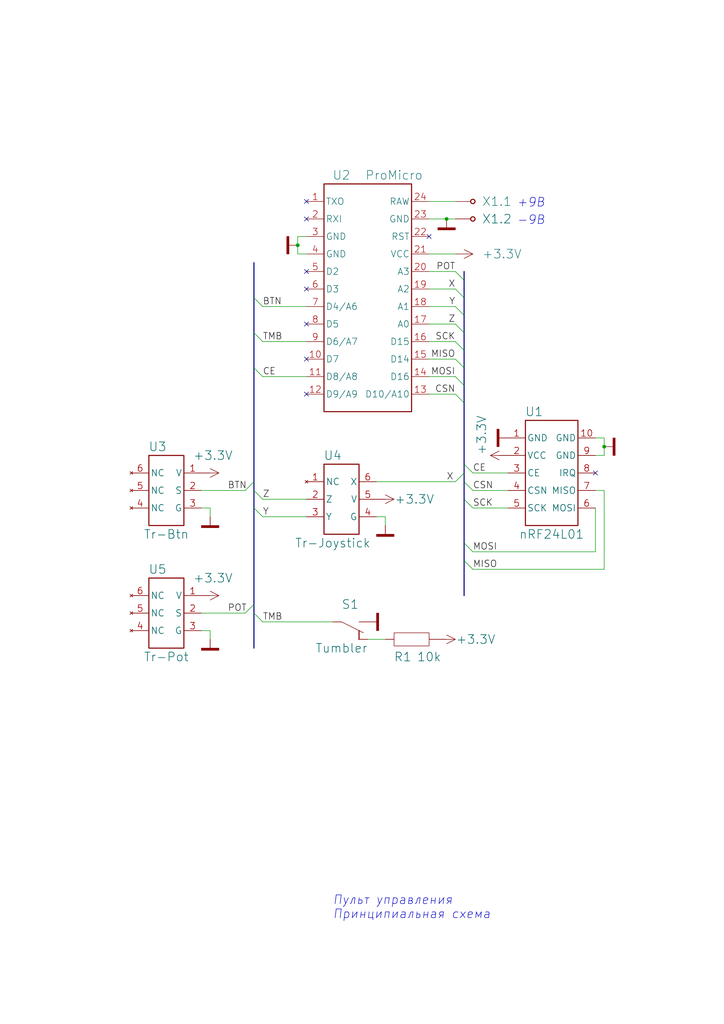
<source format=kicad_sch>
(kicad_sch (version 20211123) (generator eeschema)
  (paper "A4" portrait)
  (lib_symbols
    (symbol "ConnH_1" (pin_numbers hide) (pin_names hide) (in_bom no)
      (property "Reference" "X" (at -7.62 5.08 0))
      (property "Value" "ConnH_1" (at 0 5.08 0))
      (symbol "ConnH_1_0_1"
        (circle (center 0 0) (radius 0.635) (stroke (width 0.3048)))
      )
      (symbol "ConnH_1_1_1"
        (pin passive line (at -5.08 0 0) (length 4.445) (name "") (number "1"))
      )
    )
    (symbol "ictmp:ProMicro"
      (property "Reference" "U" (at -12.7 35.56 0))
      (property "Value" "ProMicro" (at -7.62 35.56 0))
      (symbol "ProMicro_0_1"
        (rectangle (start -12.7 33.02) (end 12.7 -33.02) (stroke (width 0.3048)))
      )
      (symbol "ProMicro_1_1"
        (pin passive line (at -17.78 27.94 0) (length 5.08) (name "TXO") (number "1"))
        (pin passive line (at -17.78 -17.78 0) (length 5.08) (name "D7") (number "10"))
        (pin passive line (at -17.78 -22.86 0) (length 5.08) (name "D8/A8") (number "11"))
        (pin passive line (at -17.78 -27.94 0) (length 5.08) (name "D9/A9") (number "12"))
        (pin passive line (at 17.78 -27.94 180) (length 5.08) (name "D10/A10") (number "13"))
        (pin passive line (at 17.78 -22.86 180) (length 5.08) (name "D16") (number "14"))
        (pin passive line (at 17.78 -17.78 180) (length 5.08) (name "D14") (number "15"))
        (pin passive line (at 17.78 -12.7 180) (length 5.08) (name "D15") (number "16"))
        (pin passive line (at 17.78 -7.62 180) (length 5.08) (name "A0") (number "17"))
        (pin passive line (at 17.78 -2.54 180) (length 5.08) (name "A1") (number "18"))
        (pin passive line (at 17.78 2.54 180) (length 5.08) (name "A2") (number "19"))
        (pin passive line (at -17.78 22.86 0) (length 5.08) (name "RXI") (number "2"))
        (pin passive line (at 17.78 7.62 180) (length 5.08) (name "A3") (number "20"))
        (pin passive line (at 17.78 12.7 180) (length 5.08) (name "VCC") (number "21"))
        (pin passive line (at 17.78 17.78 180) (length 5.08) (name "RST") (number "22"))
        (pin passive line (at 17.78 22.86 180) (length 5.08) (name "GND") (number "23"))
        (pin passive line (at 17.78 27.94 180) (length 5.08) (name "RAW") (number "24"))
        (pin passive line (at -17.78 17.78 0) (length 5.08) (name "GND") (number "3"))
        (pin passive line (at -17.78 12.7 0) (length 5.08) (name "GND") (number "4"))
        (pin passive line (at -17.78 7.62 0) (length 5.08) (name "D2") (number "5"))
        (pin passive line (at -17.78 2.54 0) (length 5.08) (name "D3") (number "6"))
        (pin passive line (at -17.78 -2.54 0) (length 5.08) (name "D4/A6") (number "7"))
        (pin passive line (at -17.78 -7.62 0) (length 5.08) (name "D5") (number "8"))
        (pin passive line (at -17.78 -12.7 0) (length 5.08) (name "D6/A7") (number "9"))
      )
    )
    (symbol "ictmp:Tr-Btn"
      (property "Reference" "U" (at -5.08 12.7 0))
      (property "Value" "Tr-Btn" (at 0 12.7 0))
      (symbol "Tr-Btn_0_1"
        (rectangle (start -5.08 10.16) (end 5.08 -10.16) (stroke (width 0.3048)))
      )
      (symbol "Tr-Btn_1_1"
        (pin passive line (at -10.16 5.08 0) (length 5.08) (name "V") (number "1"))
        (pin passive line (at -10.16 0 0) (length 5.08) (name "S") (number "2"))
        (pin passive line (at -10.16 -5.08 0) (length 5.08) (name "G") (number "3"))
        (pin no_connect line (at 10.16 -5.08 180) (length 5.08) (name "NC") (number "4"))
        (pin no_connect line (at 10.16 0 180) (length 5.08) (name "NC") (number "5"))
        (pin no_connect line (at 10.16 5.08 180) (length 5.08) (name "NC") (number "6"))
      )
    )
    (symbol "ictmp:Tr-Joystick"
      (property "Reference" "U" (at -5.08 12.7 0))
      (property "Value" "Tr-Joystick" (at 0 12.7 0))
      (symbol "Tr-Joystick_0_1"
        (rectangle (start -5.08 10.16) (end 5.08 -10.16) (stroke (width 0.3048)))
      )
      (symbol "Tr-Joystick_1_1"
        (pin no_connect line (at -10.16 5.08 0) (length 5.08) (name "NC") (number "1"))
        (pin passive line (at -10.16 0 0) (length 5.08) (name "Z") (number "2"))
        (pin passive line (at -10.16 -5.08 0) (length 5.08) (name "Y") (number "3"))
        (pin passive line (at 10.16 -5.08 180) (length 5.08) (name "G") (number "4"))
        (pin passive line (at 10.16 0 180) (length 5.08) (name "V") (number "5"))
        (pin passive line (at 10.16 5.08 180) (length 5.08) (name "X") (number "6"))
      )
    )
    (symbol "ictmp:Tr-Pot"
      (property "Reference" "U" (at -5.08 12.7 0))
      (property "Value" "Tr-Pot" (at 0 12.7 0))
      (symbol "Tr-Pot_0_1"
        (rectangle (start -5.08 10.16) (end 5.08 -10.16) (stroke (width 0.3048)))
      )
      (symbol "Tr-Pot_1_1"
        (pin passive line (at -10.16 5.08 0) (length 5.08) (name "V") (number "1"))
        (pin passive line (at -10.16 0 0) (length 5.08) (name "S") (number "2"))
        (pin passive line (at -10.16 -5.08 0) (length 5.08) (name "G") (number "3"))
        (pin no_connect line (at 10.16 -5.08 180) (length 5.08) (name "NC") (number "4"))
        (pin no_connect line (at 10.16 0 180) (length 5.08) (name "NC") (number "5"))
        (pin no_connect line (at 10.16 5.08 180) (length 5.08) (name "NC") (number "6"))
      )
    )
    (symbol "ictmp:nRF24L01"
      (property "Reference" "U" (at -7.62 15.24 0))
      (property "Value" "nRF24L01" (at -2.54 15.24 0))
      (symbol "nRF24L01_0_1"
        (rectangle (start -7.62 12.7) (end 7.62 -17.78) (stroke (width 0.3048)))
      )
      (symbol "nRF24L01_1_1"
        (pin passive line (at -12.7 7.62 0) (length 5.08) (name "GND") (number "1"))
        (pin passive line (at 12.7 7.62 180) (length 5.08) (name "GND") (number "10"))
        (pin passive line (at -12.7 2.54 0) (length 5.08) (name "VCC") (number "2"))
        (pin passive line (at -12.7 -2.54 0) (length 5.08) (name "CE") (number "3"))
        (pin passive line (at -12.7 -7.62 0) (length 5.08) (name "CSN") (number "4"))
        (pin passive line (at -12.7 -12.7 0) (length 5.08) (name "SCK") (number "5"))
        (pin passive line (at 12.7 -12.7 180) (length 5.08) (name "MOSI") (number "6"))
        (pin passive line (at 12.7 -7.62 180) (length 5.08) (name "MISO") (number "7"))
        (pin passive line (at 12.7 -2.54 180) (length 5.08) (name "IRQ") (number "8"))
        (pin passive line (at 12.7 2.54 180) (length 5.08) (name "GND") (number "9"))
      )
    )
    (symbol "stdsym:+3.3V" (power) (pin_numbers hide) (pin_names (offset 0) hide)
      (property "Value" "+3.3V" (at 0 8.89 0))
      (symbol "+3.3V_0_1"
        (polyline (pts (xy 0 2.54) (xy 0 5.08)))
        (polyline (pts (xy -1.27 2.54) (xy 0 5.08) (xy 1.27 2.54)))
      )
      (symbol "+3.3V_1_1"
        (pin power_in line (at 0 0 90) (length 2.54) (name "+3.3V") (number "1"))
      )
    )
    (symbol "stdsym:ConnH" (pin_numbers hide) (pin_names hide) (in_bom no)
      (property "Reference" "X" (at -7.62 5.08 0))
      (property "Value" "ConnH" (at 0 5.08 0))
      (symbol "ConnH_0_1"
        (circle (center 0 0) (radius 0.635) (stroke (width 0.3048)))
      )
      (symbol "ConnH_1_1"
        (pin passive line (at -5.08 0 0) (length 4.445) (name "") (number "1"))
      )
    )
    (symbol "stdsym:GND" (power) (pin_numbers hide) (pin_names (offset 0) hide)
      (symbol "GND_0_1"
        (rectangle (start -2.54 0) (end 2.54 -0.635) (fill (type outline)))
        (pin power_in line (at 0 2.54 270) (length 2.54) (name "GND") (number "1"))
      )
    )
    (symbol "stdsym:Res" (pin_numbers hide) (pin_names (offset 0) hide)
      (property "Reference" "R" (at -2.54 7.62 0))
      (property "Value" "Res" (at 5.08 7.62 0))
      (symbol "Res_0_1"
        (rectangle (start -1.905 5.08) (end 1.905 -5.08))
      )
      (symbol "Res_1_1"
        (pin passive line (at 0 7.62 270) (length 2.54) (name "~") (number "1"))
        (pin passive line (at 0 -7.62 90) (length 2.54) (name "~") (number "2"))
      )
    )
    (symbol "stdsym:Tumbler" (pin_numbers hide) (pin_names (offset 0) hide)
      (property "Reference" "S" (at -5.08 7.62 0))
      (property "Value" "Tumbler" (at 5.08 7.62 0))
      (symbol "Tumbler_0_1"
        (polyline (pts (xy -2.54 0) (xy 3.81 3.175)))
        (polyline (pts (xy 2.54 5.08) (xy 2.54 2.54)) (stroke (width 0.3048)))
      )
      (symbol "Tumbler_1_1"
        (pin passive line (at -5.08 0 0) (length 2.54) (name "~") (number "1"))
        (pin passive line (at 5.08 0 180) (length 2.54) (name "~") (number "2"))
        (pin passive line (at 5.08 5.08 180) (length 2.54) (name "~") (number "3"))
      )
    )
  )
  (junction (at 175.26 129.54))
  (junction (at 86.36 71.12))
  (junction (at 129.54 63.5))
  (no_connect (at 88.9 93.98))
  (no_connect (at 88.9 58.42))
  (no_connect (at 88.9 114.3))
  (no_connect (at 88.9 63.5))
  (no_connect (at 172.72 137.16))
  (no_connect (at 88.9 78.74))
  (no_connect (at 88.9 104.14))
  (no_connect (at 88.9 83.82))
  (no_connect (at 124.46 68.58))
  (bus_entry (at 76.2 144.78) (size -2.54 -2.54))
  (bus_entry (at 73.66 106.68) (size 2.54 2.54))
  (bus_entry (at 134.62 144.78) (size 2.54 2.54))
  (bus_entry (at 132.08 83.82) (size 2.54 2.54))
  (bus_entry (at 134.62 134.62) (size 2.54 2.54))
  (bus_entry (at 71.12 177.8) (size 2.54 -2.54))
  (bus_entry (at 132.08 88.9) (size 2.54 2.54))
  (bus_entry (at 134.62 157.48) (size 2.54 2.54))
  (bus_entry (at 132.08 139.7) (size 2.54 -2.54))
  (bus_entry (at 134.62 139.7) (size 2.54 2.54))
  (bus_entry (at 134.62 162.56) (size 2.54 2.54))
  (bus_entry (at 132.08 99.06) (size 2.54 2.54))
  (bus_entry (at 132.08 78.74) (size 2.54 2.54))
  (bus_entry (at 73.66 96.52) (size 2.54 2.54))
  (bus_entry (at 132.08 93.98) (size 2.54 2.54))
  (bus_entry (at 73.66 177.8) (size 2.54 2.54))
  (bus_entry (at 73.66 139.7) (size -2.54 2.54))
  (bus_entry (at 73.66 86.36) (size 2.54 2.54))
  (bus_entry (at 132.08 109.22) (size 2.54 2.54))
  (bus_entry (at 132.08 104.14) (size 2.54 2.54))
  (bus_entry (at 132.08 114.3) (size 2.54 2.54))
  (bus_entry (at 76.2 149.86) (size -2.54 -2.54))
  (wire (pts (xy 175.26 142.24) (xy 175.26 165.1)))
  (bus (pts (xy 134.62 116.84) (xy 134.62 134.62)))
  (wire (pts (xy 124.46 73.66) (xy 132.08 73.66)))
  (wire (pts (xy 76.2 149.86) (xy 88.9 149.86)))
  (wire (pts (xy 60.96 147.32) (xy 58.42 147.32)))
  (wire (pts (xy 60.96 149.86) (xy 60.96 147.32)))
  (bus (pts (xy 134.62 106.68) (xy 134.62 111.76)))
  (bus (pts (xy 134.62 81.28) (xy 134.62 86.36)))
  (wire (pts (xy 124.46 78.74) (xy 132.08 78.74)))
  (wire (pts (xy 58.42 177.8) (xy 71.12 177.8)))
  (wire (pts (xy 76.2 88.9) (xy 88.9 88.9)))
  (wire (pts (xy 137.16 142.24) (xy 147.32 142.24)))
  (wire (pts (xy 60.96 185.42) (xy 60.96 182.88)))
  (bus (pts (xy 73.66 177.8) (xy 73.66 187.96)))
  (wire (pts (xy 124.46 58.42) (xy 132.08 58.42)))
  (wire (pts (xy 86.36 73.66) (xy 88.9 73.66)))
  (bus (pts (xy 134.62 144.78) (xy 134.62 157.48)))
  (wire (pts (xy 58.42 142.24) (xy 71.12 142.24)))
  (wire (pts (xy 76.2 99.06) (xy 88.9 99.06)))
  (wire (pts (xy 172.72 147.32) (xy 172.72 160.02)))
  (wire (pts (xy 60.96 182.88) (xy 58.42 182.88)))
  (wire (pts (xy 111.76 152.4) (xy 111.76 149.86)))
  (wire (pts (xy 86.36 68.58) (xy 86.36 71.12)))
  (bus (pts (xy 134.62 134.62) (xy 134.62 137.16)))
  (wire (pts (xy 111.76 149.86) (xy 109.22 149.86)))
  (wire (pts (xy 76.2 144.78) (xy 88.9 144.78)))
  (wire (pts (xy 86.36 71.12) (xy 86.36 73.66)))
  (bus (pts (xy 73.66 106.68) (xy 73.66 139.7)))
  (bus (pts (xy 134.62 139.7) (xy 134.62 144.78)))
  (wire (pts (xy 137.16 137.16) (xy 147.32 137.16)))
  (wire (pts (xy 175.26 129.54) (xy 175.26 132.08)))
  (bus (pts (xy 73.66 142.24) (xy 73.66 147.32)))
  (bus (pts (xy 73.66 96.52) (xy 73.66 106.68)))
  (wire (pts (xy 172.72 142.24) (xy 175.26 142.24)))
  (wire (pts (xy 124.46 99.06) (xy 132.08 99.06)))
  (wire (pts (xy 124.46 114.3) (xy 132.08 114.3)))
  (bus (pts (xy 134.62 86.36) (xy 134.62 91.44)))
  (bus (pts (xy 73.66 147.32) (xy 73.66 175.26)))
  (wire (pts (xy 124.46 83.82) (xy 132.08 83.82)))
  (wire (pts (xy 124.46 109.22) (xy 132.08 109.22)))
  (wire (pts (xy 109.22 139.7) (xy 132.08 139.7)))
  (wire (pts (xy 88.9 68.58) (xy 86.36 68.58)))
  (bus (pts (xy 134.62 78.74) (xy 134.62 81.28)))
  (bus (pts (xy 134.62 111.76) (xy 134.62 116.84)))
  (bus (pts (xy 73.66 175.26) (xy 73.66 177.8)))
  (wire (pts (xy 106.68 185.42) (xy 111.76 185.42)))
  (wire (pts (xy 124.46 93.98) (xy 132.08 93.98)))
  (bus (pts (xy 134.62 96.52) (xy 134.62 101.6)))
  (wire (pts (xy 124.46 104.14) (xy 132.08 104.14)))
  (wire (pts (xy 175.26 127) (xy 175.26 129.54)))
  (bus (pts (xy 134.62 137.16) (xy 134.62 139.7)))
  (bus (pts (xy 73.66 76.2) (xy 73.66 86.36)))
  (wire (pts (xy 76.2 180.34) (xy 96.52 180.34)))
  (bus (pts (xy 73.66 139.7) (xy 73.66 142.24)))
  (bus (pts (xy 134.62 101.6) (xy 134.62 106.68)))
  (wire (pts (xy 172.72 127) (xy 175.26 127)))
  (wire (pts (xy 137.16 147.32) (xy 147.32 147.32)))
  (wire (pts (xy 76.2 109.22) (xy 88.9 109.22)))
  (bus (pts (xy 73.66 86.36) (xy 73.66 96.52)))
  (wire (pts (xy 129.54 63.5) (xy 132.08 63.5)))
  (wire (pts (xy 175.26 165.1) (xy 137.16 165.1)))
  (wire (pts (xy 124.46 88.9) (xy 132.08 88.9)))
  (bus (pts (xy 134.62 91.44) (xy 134.62 96.52)))
  (bus (pts (xy 134.62 157.48) (xy 134.62 162.56)))
  (wire (pts (xy 172.72 160.02) (xy 137.16 160.02)))
  (wire (pts (xy 175.26 132.08) (xy 172.72 132.08)))
  (bus (pts (xy 134.62 162.56) (xy 134.62 172.72)))
  (wire (pts (xy 124.46 63.5) (xy 129.54 63.5)))
  (text "-9В" (at 149.86 65.405 0) (effects (font (size 2.54 2.54) italic) (justify left bottom)))
  (text "+9В" (at 149.86 60.325 0) (effects (font (size 2.54 2.54) italic) (justify left bottom)))
  (text "Пульт управления\nПринципиальная схема" (at 96.52 266.7 0) (effects (font (size 2.54 2.54) italic) (justify left bottom)))
  (label "MISO" (at 137.16 165.1 0) (effects (font (size 1.905 1.905))))
  (label "POT" (at 66.04 177.8 0) (effects (font (size 1.905 1.905))))
  (label "TMB" (at 76.2 180.34 0) (effects (font (size 1.905 1.905))))
  (label "SCK" (at 132.08 99.06 180) (effects (font (size 1.905 1.905))))
  (label "X" (at 132.08 83.82 180) (effects (font (size 1.905 1.905))))
  (label "CSN" (at 137.16 142.24 0) (effects (font (size 1.905 1.905))))
  (label "BTN" (at 76.2 88.9 0) (effects (font (size 1.905 1.905))))
  (label "POT" (at 132.08 78.74 180) (effects (font (size 1.905 1.905))))
  (label "Z" (at 76.2 144.78 0) (effects (font (size 1.905 1.905))))
  (label "CE" (at 137.16 137.16 0) (effects (font (size 1.905 1.905))))
  (label "MOSI" (at 132.08 109.22 180) (effects (font (size 1.905 1.905))))
  (label "Z" (at 132.08 93.98 180) (effects (font (size 1.905 1.905))))
  (label "MISO" (at 132.08 104.14 180) (effects (font (size 1.905 1.905))))
  (label "CSN" (at 132.08 114.3 180) (effects (font (size 1.905 1.905))))
  (label "BTN" (at 66.04 142.24 0) (effects (font (size 1.905 1.905))))
  (label "MOSI" (at 137.16 160.02 0) (effects (font (size 1.905 1.905))))
  (label "Y" (at 76.2 149.86 0) (effects (font (size 1.905 1.905))))
  (label "Y" (at 132.08 88.9 180) (effects (font (size 1.905 1.905))))
  (label "TMB" (at 76.2 99.06 0) (effects (font (size 1.905 1.905))))
  (label "X" (at 129.54 139.7 0) (effects (font (size 1.905 1.905))))
  (label "SCK" (at 137.16 147.32 0) (effects (font (size 1.905 1.905))))
  (label "CE" (at 76.2 109.22 0) (effects (font (size 1.905 1.905))))
  (symbol (lib_id "ictmp:ProMicro") (at 106.68 86.36 0) (unit 1)
    (property "Reference" "U2" (at 99.06 50.8 0) (effects (font (size 2.54 2.54))))
    (property "Value" "ProMicro" (at 114.3 50.8 0) (effects (font (size 2.54 2.54))))
    (property "Footprint" "units:ProMicro" (effects hide))
    (property "Datasheet" "https://learn.sparkfun.com/tutorials/pro-micro--fio-v3-hookup-guide/all" (effects hide))
  )
  (symbol (lib_id "ictmp:Tr-Pot") (at 48.26 177.8 0) (mirror y) (unit 1)
    (property "Reference" "U5" (at 45.72 165.1 0) (effects (font (size 2.54 2.54))))
    (property "Value" "Tr-Pot" (at 48.26 190.5 0) (effects (font (size 2.54 2.54))))
    (property "Footprint" "units:Troyka" (effects hide))
    (property "Datasheet" "https://amperka.ru/product/troyka-potentiometer" (effects hide))
  )
  (symbol (lib_id "stdsym:+3.3V") (at 58.42 172.72 270) (unit 1)
    (property "Reference" "#PWR0106" (effects hide))
    (property "Value" "+3.3V" (at 55.88 167.64 90) (effects (font (size 2.54 2.54)) (justify left)))
  )
  (symbol (lib_id "stdsym:Res") (at 119.38 185.42 90) (mirror x) (unit 1)
    (property "Reference" "R1" (at 116.84 190.5 90) (effects (font (size 2.54 2.54))))
    (property "Value" "10k" (at 124.46 190.5 90) (effects (font (size 2.54 2.54))))
    (property "Footprint" "units:MF-0,25" (effects hide))
  )
  (symbol (lib_id "stdsym:+3.3V") (at 58.42 137.16 270) (unit 1)
    (property "Reference" "#PWR0104" (effects hide))
    (property "Value" "+3.3V" (at 55.88 132.08 90) (effects (font (size 2.54 2.54)) (justify left)))
  )
  (symbol (lib_id "stdsym:GND") (at 111.76 154.94 0) (unit 1)
    (property "Reference" "#GND0101" (effects hide))
    (property "Value" "GND" (effects hide))
  )
  (symbol (lib_id "ictmp:Tr-Btn") (at 48.26 142.24 0) (mirror y) (unit 1)
    (property "Reference" "U3" (at 45.72 129.54 0) (effects (font (size 2.54 2.54))))
    (property "Value" "Tr-Btn" (at 48.26 154.94 0) (effects (font (size 2.54 2.54))))
    (property "Footprint" "units:Troyka" (effects hide))
    (property "Datasheet" "http://wiki.amperka.ru/%D0%BF%D1%80%D0%BE%D0%B4%D1%83%D0%BA%D1%82%D1%8B:troyka-button" (effects hide))
  )
  (symbol (lib_id "stdsym:ConnH") (at 137.16 63.5 0) (unit 1) (in_bom no)
    (property "Reference" "X1.2" (at 139.7 63.5 0) (effects (font (size 2.54 2.54)) (justify left)))
    (property "Value" "ConnH" (effects hide))
    (property "Footprint" "units:CP-0,7-1.5" (effects hide))
  )
  (symbol (lib_id "stdsym:+3.3V") (at 109.22 144.78 270) (unit 1)
    (property "Reference" "#PWR0101" (effects hide))
    (property "Value" "+3.3V" (at 114.3 144.78 90) (effects (font (size 2.54 2.54)) (justify left)))
  )
  (symbol (lib_id "stdsym:GND") (at 177.8 129.54 90) (unit 1)
    (property "Reference" "#GND0103" (effects hide))
    (property "Value" "GND" (effects hide))
  )
  (symbol (lib_id "stdsym:GND") (at 109.22 180.34 90) (unit 1)
    (property "Reference" "#GND0104" (effects hide))
    (property "Value" "GND" (effects hide))
  )
  (symbol (lib_id "stdsym:GND") (at 83.82 71.12 270) (unit 1)
    (property "Reference" "#GND0107" (effects hide))
    (property "Value" "GND" (effects hide))
  )
  (symbol (lib_name "ConnH_1") (lib_id "stdsym:ConnH") (at 137.16 58.42 0) (unit 1) (in_bom no)
    (property "Reference" "X1.1" (at 139.7 58.42 0) (effects (font (size 2.54 2.54)) (justify left)))
    (property "Value" "ConnH" (effects hide))
    (property "Footprint" "units:CP-0,7-1.5" (effects hide))
  )
  (symbol (lib_id "ictmp:Tr-Joystick") (at 99.06 144.78 0) (unit 1)
    (property "Reference" "U4" (at 96.52 132.08 0) (effects (font (size 2.54 2.54))))
    (property "Value" "Tr-Joystick" (at 96.52 157.48 0) (effects (font (size 2.54 2.54))))
    (property "Footprint" "units:Troyka" (effects hide))
    (property "Datasheet" "https://amperka.ru/product/troyka-3d-joystick" (effects hide))
  )
  (symbol (lib_id "stdsym:GND") (at 60.96 187.96 0) (unit 1)
    (property "Reference" "#GND0108" (effects hide))
    (property "Value" "GND" (effects hide))
  )
  (symbol (lib_id "stdsym:GND") (at 60.96 152.4 0) (unit 1)
    (property "Reference" "#GND0105" (effects hide))
    (property "Value" "GND" (effects hide))
  )
  (symbol (lib_id "stdsym:GND") (at 144.78 127 270) (mirror x) (unit 1)
    (property "Reference" "#GND0102" (effects hide))
    (property "Value" "GND" (effects hide))
  )
  (symbol (lib_id "stdsym:+3.3V") (at 127 185.42 270) (unit 1)
    (property "Reference" "#PWR0103" (effects hide))
    (property "Value" "+3.3V" (at 132.08 185.42 90) (effects (font (size 2.54 2.54)) (justify left)))
  )
  (symbol (lib_id "ictmp:nRF24L01") (at 160.02 134.62 0) (unit 1)
    (property "Reference" "U1" (at 154.94 119.38 0) (effects (font (size 2.54 2.54))))
    (property "Value" "nRF24L01" (at 160.02 154.94 0) (effects (font (size 2.54 2.54))))
    (property "Footprint" "units:nRF24L01" (effects hide))
    (property "Datasheet" "https://howtomechatronics.com/tutorials/arduino/arduino-wireless-communication-nrf24l01-tutorial/" (effects hide))
  )
  (symbol (lib_id "stdsym:Tumbler") (at 101.6 180.34 0) (mirror x) (unit 1)
    (property "Reference" "S1" (at 101.6 175.26 0) (effects (font (size 2.54 2.54))))
    (property "Value" "Tumbler" (at 99.06 187.96 0) (effects (font (size 2.54 2.54))))
    (property "Footprint" "units:MTS-102" (effects hide))
  )
  (symbol (lib_id "stdsym:GND") (at 129.54 66.04 0) (unit 1)
    (property "Reference" "#GND0106" (effects hide))
    (property "Value" "GND" (effects hide))
  )
  (symbol (lib_id "stdsym:+3.3V") (at 147.32 132.08 90) (unit 1)
    (property "Reference" "#PWR0102" (effects hide))
    (property "Value" "+3.3V" (at 139.7 132.08 0) (effects (font (size 2.54 2.54)) (justify left)))
  )
  (symbol (lib_id "stdsym:+3.3V") (at 132.08 73.66 270) (unit 1)
    (property "Reference" "#PWR0105" (effects hide))
    (property "Value" "+3.3V" (at 139.7 73.66 90) (effects (font (size 2.54 2.54)) (justify left)))
  )
)
</source>
